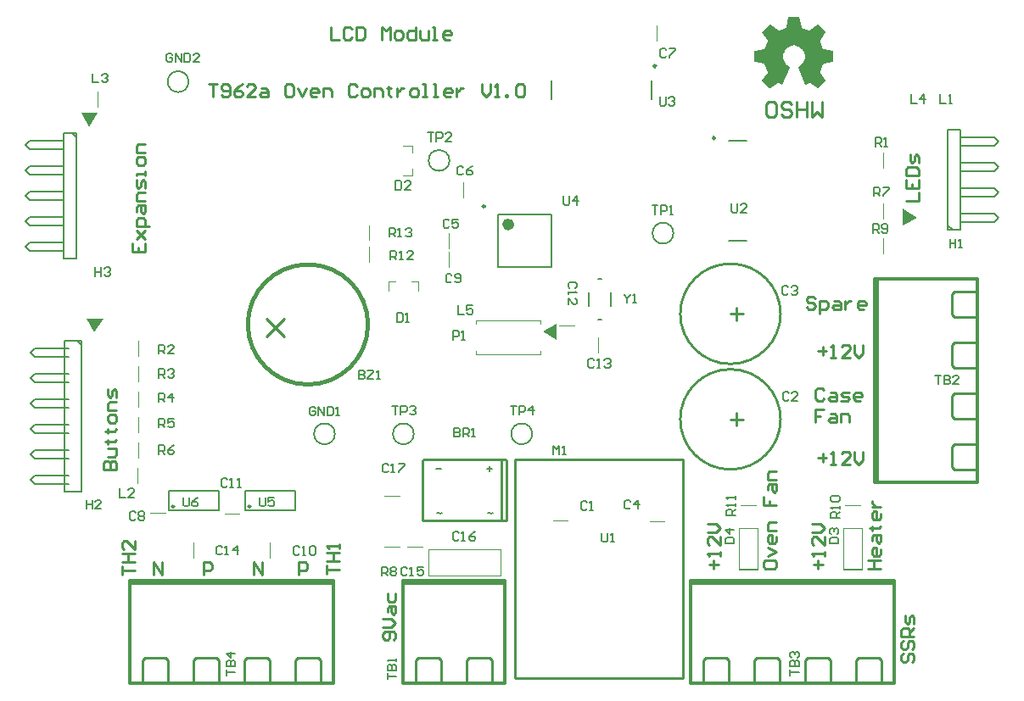
<source format=gto>
G04 Layer_Color=65535*
%FSLAX23Y23*%
%MOIN*%
G70*
G01*
G75*
%ADD26C,0.010*%
%ADD31C,0.024*%
%ADD48C,0.008*%
%ADD49C,0.015*%
%ADD50C,0.010*%
%ADD51C,0.004*%
%ADD52C,0.008*%
%ADD53C,0.005*%
%ADD54C,0.012*%
%ADD55C,0.007*%
G36*
X167Y-22D02*
X112Y13D01*
X167Y43D01*
Y-22D01*
D02*
G37*
G36*
X1121Y1250D02*
X1121Y1249D01*
Y1249D01*
Y1248D01*
X1129Y1209D01*
Y1208D01*
X1129Y1207D01*
X1130Y1207D01*
X1131D01*
X1157Y1196D01*
X1160D01*
X1193Y1219D01*
X1195D01*
X1196Y1218D01*
X1224Y1191D01*
Y1189D01*
Y1189D01*
Y1188D01*
Y1188D01*
X1202Y1155D01*
Y1154D01*
Y1154D01*
Y1153D01*
Y1152D01*
Y1152D01*
X1213Y1124D01*
X1214Y1123D01*
X1215Y1123D01*
X1216D01*
X1253Y1116D01*
X1254D01*
X1255Y1116D01*
Y1115D01*
Y1114D01*
Y1074D01*
X1254Y1073D01*
X1254Y1073D01*
X1253D01*
X1217Y1065D01*
X1216D01*
X1215Y1064D01*
Y1064D01*
Y1063D01*
X1202Y1034D01*
Y1033D01*
Y1032D01*
Y1032D01*
Y1031D01*
X1224Y1000D01*
Y999D01*
Y999D01*
Y998D01*
X1196Y970D01*
X1194Y969D01*
X1194D01*
X1193Y970D01*
X1163Y991D01*
X1160D01*
X1147Y983D01*
X1144Y983D01*
X1144Y984D01*
X1117Y1051D01*
X1117Y1053D01*
X1118Y1054D01*
X1121Y1056D01*
X1122Y1056D01*
X1122D01*
X1123Y1057D01*
X1123Y1058D01*
X1130Y1063D01*
X1134Y1068D01*
X1138Y1074D01*
X1141Y1080D01*
X1142Y1085D01*
X1142Y1089D01*
X1143Y1092D01*
Y1093D01*
X1142Y1100D01*
X1141Y1106D01*
X1139Y1111D01*
X1136Y1116D01*
X1134Y1119D01*
X1132Y1122D01*
X1131Y1124D01*
X1130Y1124D01*
X1125Y1129D01*
X1120Y1132D01*
X1114Y1134D01*
X1110Y1136D01*
X1106Y1137D01*
X1102Y1138D01*
X1099D01*
X1093Y1137D01*
X1087Y1136D01*
X1082Y1133D01*
X1077Y1131D01*
X1074Y1129D01*
X1071Y1127D01*
X1069Y1125D01*
X1069Y1124D01*
X1064Y1119D01*
X1062Y1114D01*
X1059Y1109D01*
X1058Y1104D01*
X1057Y1100D01*
X1056Y1097D01*
Y1094D01*
Y1093D01*
X1057Y1085D01*
X1059Y1078D01*
X1062Y1072D01*
X1066Y1067D01*
X1070Y1063D01*
X1073Y1060D01*
X1075Y1058D01*
X1076Y1058D01*
X1077Y1057D01*
X1077Y1056D01*
X1078Y1056D01*
X1082Y1054D01*
X1082Y1052D01*
Y1052D01*
Y1051D01*
X1054Y984D01*
X1054Y983D01*
X1053Y983D01*
X1052D01*
X1039Y991D01*
X1036D01*
X1006Y970D01*
X1005Y969D01*
X1004D01*
X1003Y970D01*
X975Y998D01*
Y998D01*
Y999D01*
Y1000D01*
X997Y1031D01*
Y1032D01*
Y1032D01*
Y1033D01*
Y1034D01*
X984Y1063D01*
X984Y1064D01*
X983Y1065D01*
X982D01*
X946Y1073D01*
X944Y1073D01*
X944Y1074D01*
Y1074D01*
Y1114D01*
Y1116D01*
X944Y1116D01*
X946D01*
X983Y1123D01*
X984Y1123D01*
X985Y1124D01*
Y1124D01*
X998Y1152D01*
Y1153D01*
Y1153D01*
Y1154D01*
Y1155D01*
X975Y1188D01*
Y1188D01*
Y1189D01*
Y1190D01*
Y1191D01*
X1003Y1218D01*
X1004Y1219D01*
X1006D01*
X1039Y1196D01*
X1042D01*
X1068Y1207D01*
X1069Y1207D01*
X1070Y1208D01*
Y1208D01*
Y1209D01*
X1078Y1248D01*
Y1249D01*
X1078Y1250D01*
X1119D01*
X1121Y1250D01*
D02*
G37*
G36*
X-1649Y8D02*
X-1679Y63D01*
X-1614D01*
X-1649Y8D01*
D02*
G37*
G36*
X-1670Y817D02*
X-1700Y873D01*
X-1635D01*
X-1670Y817D01*
D02*
G37*
G36*
X1582Y460D02*
X1528Y430D01*
Y495D01*
X1582Y460D01*
D02*
G37*
D26*
X1047Y-333D02*
G03*
X1047Y-333I-197J0D01*
G01*
Y82D02*
G03*
X1047Y82I-197J0D01*
G01*
X3Y-1350D02*
X663D01*
Y-490D01*
X3D02*
X663D01*
X3Y-1350D02*
Y-490D01*
X-974Y62D02*
X-903Y-8D01*
X-974D02*
X-903Y62D01*
X875Y-358D02*
Y-308D01*
X850Y-333D02*
X900D01*
X875Y57D02*
Y107D01*
X850Y82D02*
X900D01*
X-50Y-730D02*
Y-494D01*
X-358Y-492D02*
X-32D01*
X-360Y-730D02*
Y-494D01*
Y-730D02*
X-358Y-732D01*
X-32D01*
X-30Y-730D02*
Y-494D01*
X-32Y-732D02*
X-30Y-730D01*
X-760Y-1369D02*
Y-1280D01*
X-770Y-1270D02*
X-760Y-1280D01*
X-850Y-1270D02*
X-770D01*
X-860Y-1280D02*
X-850Y-1270D01*
X-860Y-1370D02*
Y-1280D01*
X-1060Y-1370D02*
Y-1280D01*
X-1050Y-1270D01*
X-970D01*
X-960Y-1280D01*
Y-1369D02*
Y-1280D01*
X-1360Y-1369D02*
Y-1280D01*
X-1370Y-1270D02*
X-1360Y-1280D01*
X-1450Y-1270D02*
X-1370D01*
X-1460Y-1280D02*
X-1450Y-1270D01*
X-1460Y-1370D02*
Y-1280D01*
X-1260Y-1370D02*
Y-1280D01*
X-1250Y-1270D01*
X-1170D01*
X-1160Y-1280D01*
Y-1369D02*
Y-1280D01*
X1730Y170D02*
X1819D01*
X1720Y160D02*
X1730Y170D01*
X1720Y80D02*
Y160D01*
Y80D02*
X1730Y70D01*
X1820D01*
X1730Y-130D02*
X1820D01*
X1720Y-120D02*
X1730Y-130D01*
X1720Y-120D02*
Y-40D01*
X1730Y-30D01*
X1819D01*
X1730Y-430D02*
X1819D01*
X1720Y-440D02*
X1730Y-430D01*
X1720Y-520D02*
Y-440D01*
Y-520D02*
X1730Y-530D01*
X1820D01*
X1730Y-330D02*
X1820D01*
X1720Y-320D02*
X1730Y-330D01*
X1720Y-320D02*
Y-240D01*
X1730Y-230D01*
X1819D01*
X1045Y-1369D02*
Y-1280D01*
X1035Y-1270D02*
X1045Y-1280D01*
X955Y-1270D02*
X1035D01*
X945Y-1280D02*
X955Y-1270D01*
X945Y-1370D02*
Y-1280D01*
X745Y-1370D02*
Y-1280D01*
X755Y-1270D01*
X835D01*
X845Y-1280D01*
Y-1369D02*
Y-1280D01*
X1245Y-1369D02*
Y-1280D01*
X1235Y-1270D02*
X1245Y-1280D01*
X1155Y-1270D02*
X1235D01*
X1145Y-1280D02*
X1155Y-1270D01*
X1145Y-1370D02*
Y-1280D01*
X1345Y-1370D02*
Y-1280D01*
X1355Y-1270D01*
X1435D01*
X1445Y-1280D01*
Y-1369D02*
Y-1280D01*
X-85Y-1369D02*
Y-1280D01*
X-95Y-1270D02*
X-85Y-1280D01*
X-175Y-1270D02*
X-95D01*
X-185Y-1280D02*
X-175Y-1270D01*
X-185Y-1370D02*
Y-1280D01*
X-385Y-1370D02*
Y-1280D01*
X-375Y-1270D01*
X-295D01*
X-285Y-1280D01*
Y-1369D02*
Y-1280D01*
X1020Y915D02*
X1000D01*
X990Y905D01*
Y865D01*
X1000Y855D01*
X1020D01*
X1030Y865D01*
Y905D01*
X1020Y915D01*
X1090Y905D02*
X1080Y915D01*
X1060D01*
X1050Y905D01*
Y895D01*
X1060Y885D01*
X1080D01*
X1090Y875D01*
Y865D01*
X1080Y855D01*
X1060D01*
X1050Y865D01*
X1110Y915D02*
Y855D01*
Y885D01*
X1150D01*
Y915D01*
Y855D01*
X1170Y915D02*
Y855D01*
X1190Y875D01*
X1210Y855D01*
Y915D01*
X1529Y-1254D02*
X1521Y-1262D01*
Y-1279D01*
X1529Y-1287D01*
X1538D01*
X1546Y-1279D01*
Y-1262D01*
X1554Y-1254D01*
X1563D01*
X1571Y-1262D01*
Y-1279D01*
X1563Y-1287D01*
X1529Y-1204D02*
X1521Y-1212D01*
Y-1229D01*
X1529Y-1237D01*
X1538D01*
X1546Y-1229D01*
Y-1212D01*
X1554Y-1204D01*
X1563D01*
X1571Y-1212D01*
Y-1229D01*
X1563Y-1237D01*
X1571Y-1187D02*
X1521D01*
Y-1162D01*
X1529Y-1154D01*
X1546D01*
X1554Y-1162D01*
Y-1187D01*
Y-1171D02*
X1571Y-1154D01*
Y-1137D02*
Y-1112D01*
X1563Y-1104D01*
X1554Y-1112D01*
Y-1129D01*
X1546Y-1137D01*
X1538Y-1129D01*
Y-1104D01*
X-720Y1211D02*
Y1161D01*
X-687D01*
X-637Y1203D02*
X-645Y1211D01*
X-662D01*
X-670Y1203D01*
Y1170D01*
X-662Y1161D01*
X-645D01*
X-637Y1170D01*
X-621Y1211D02*
Y1161D01*
X-596D01*
X-587Y1170D01*
Y1203D01*
X-596Y1211D01*
X-621D01*
X-521Y1161D02*
Y1211D01*
X-504Y1195D01*
X-487Y1211D01*
Y1161D01*
X-462D02*
X-446D01*
X-437Y1170D01*
Y1186D01*
X-446Y1195D01*
X-462D01*
X-471Y1186D01*
Y1170D01*
X-462Y1161D01*
X-387Y1211D02*
Y1161D01*
X-412D01*
X-421Y1170D01*
Y1186D01*
X-412Y1195D01*
X-387D01*
X-371D02*
Y1170D01*
X-362Y1161D01*
X-337D01*
Y1195D01*
X-321Y1161D02*
X-304D01*
X-312D01*
Y1211D01*
X-321D01*
X-254Y1161D02*
X-271D01*
X-279Y1170D01*
Y1186D01*
X-271Y1195D01*
X-254D01*
X-246Y1186D01*
Y1178D01*
X-279D01*
X-1500Y358D02*
Y325D01*
X-1450D01*
Y358D01*
X-1475Y325D02*
Y342D01*
X-1483Y375D02*
X-1450Y408D01*
X-1467Y392D01*
X-1483Y408D01*
X-1450Y375D01*
X-1433Y425D02*
X-1483D01*
Y450D01*
X-1475Y458D01*
X-1458D01*
X-1450Y450D01*
Y425D01*
X-1483Y483D02*
Y500D01*
X-1475Y508D01*
X-1450D01*
Y483D01*
X-1458Y475D01*
X-1467Y483D01*
Y508D01*
X-1450Y525D02*
X-1483D01*
Y550D01*
X-1475Y558D01*
X-1450D01*
Y575D02*
Y600D01*
X-1458Y608D01*
X-1467Y600D01*
Y583D01*
X-1475Y575D01*
X-1483Y583D01*
Y608D01*
X-1450Y625D02*
Y642D01*
Y633D01*
X-1483D01*
Y625D01*
X-1450Y675D02*
Y692D01*
X-1458Y700D01*
X-1475D01*
X-1483Y692D01*
Y675D01*
X-1475Y667D01*
X-1458D01*
X-1450Y675D01*
Y717D02*
X-1483D01*
Y742D01*
X-1475Y750D01*
X-1450D01*
X-1540Y-945D02*
Y-912D01*
Y-928D01*
X-1490D01*
X-1540Y-895D02*
X-1490D01*
X-1515D01*
Y-862D01*
X-1540D01*
X-1490D01*
Y-812D02*
Y-845D01*
X-1523Y-812D01*
X-1532D01*
X-1540Y-820D01*
Y-837D01*
X-1532Y-845D01*
X-1613Y-530D02*
X-1563D01*
Y-505D01*
X-1571Y-497D01*
X-1580D01*
X-1588Y-505D01*
Y-530D01*
Y-505D01*
X-1596Y-497D01*
X-1605D01*
X-1613Y-505D01*
Y-530D01*
X-1596Y-480D02*
X-1571D01*
X-1563Y-472D01*
Y-447D01*
X-1596D01*
X-1605Y-422D02*
X-1596D01*
Y-430D01*
Y-413D01*
Y-422D01*
X-1571D01*
X-1563Y-413D01*
X-1605Y-380D02*
X-1596D01*
Y-388D01*
Y-372D01*
Y-380D01*
X-1571D01*
X-1563Y-372D01*
Y-338D02*
Y-322D01*
X-1571Y-313D01*
X-1588D01*
X-1596Y-322D01*
Y-338D01*
X-1588Y-347D01*
X-1571D01*
X-1563Y-338D01*
Y-297D02*
X-1596D01*
Y-272D01*
X-1588Y-263D01*
X-1563D01*
Y-247D02*
Y-222D01*
X-1571Y-213D01*
X-1580Y-222D01*
Y-238D01*
X-1588Y-247D01*
X-1596Y-238D01*
Y-213D01*
X-473Y-1201D02*
X-465Y-1192D01*
Y-1176D01*
X-473Y-1167D01*
X-507D01*
X-515Y-1176D01*
Y-1192D01*
X-507Y-1201D01*
X-498D01*
X-490Y-1192D01*
Y-1167D01*
X-515Y-1151D02*
X-482D01*
X-465Y-1134D01*
X-482Y-1117D01*
X-515D01*
X-498Y-1092D02*
Y-1076D01*
X-490Y-1067D01*
X-465D01*
Y-1092D01*
X-473Y-1101D01*
X-482Y-1092D01*
Y-1067D01*
X-498Y-1018D02*
Y-1043D01*
X-490Y-1051D01*
X-473D01*
X-465Y-1043D01*
Y-1018D01*
X-1417Y-945D02*
Y-895D01*
X-1384Y-945D01*
Y-895D01*
X-1024Y-945D02*
Y-895D01*
X-990Y-945D01*
Y-895D01*
X-1220Y-945D02*
Y-895D01*
X-1195D01*
X-1187Y-903D01*
Y-920D01*
X-1195Y-928D01*
X-1220D01*
X-846Y-945D02*
Y-895D01*
X-821D01*
X-813Y-903D01*
Y-920D01*
X-821Y-928D01*
X-846D01*
X1539Y525D02*
X1589D01*
Y558D01*
X1539Y608D02*
Y575D01*
X1589D01*
Y608D01*
X1564Y575D02*
Y592D01*
X1539Y625D02*
X1589D01*
Y650D01*
X1581Y658D01*
X1547D01*
X1539Y650D01*
Y625D01*
X1589Y675D02*
Y700D01*
X1581Y708D01*
X1572Y700D01*
Y683D01*
X1564Y675D01*
X1556Y683D01*
Y708D01*
X1218Y-218D02*
X1210Y-210D01*
X1193D01*
X1185Y-218D01*
Y-252D01*
X1193Y-260D01*
X1210D01*
X1218Y-252D01*
X1243Y-227D02*
X1260D01*
X1268Y-235D01*
Y-260D01*
X1243D01*
X1235Y-252D01*
X1243Y-243D01*
X1268D01*
X1285Y-260D02*
X1310D01*
X1318Y-252D01*
X1310Y-243D01*
X1293D01*
X1285Y-235D01*
X1293Y-227D01*
X1318D01*
X1360Y-260D02*
X1343D01*
X1335Y-252D01*
Y-235D01*
X1343Y-227D01*
X1360D01*
X1368Y-235D01*
Y-243D01*
X1335D01*
X1195Y-485D02*
X1228D01*
X1212Y-468D02*
Y-502D01*
X1245Y-510D02*
X1262D01*
X1253D01*
Y-460D01*
X1245Y-468D01*
X1320Y-510D02*
X1287D01*
X1320Y-477D01*
Y-468D01*
X1312Y-460D01*
X1295D01*
X1287Y-468D01*
X1337Y-460D02*
Y-493D01*
X1353Y-510D01*
X1370Y-493D01*
Y-460D01*
X785Y-920D02*
Y-887D01*
X768Y-903D02*
X802D01*
X810Y-870D02*
Y-853D01*
Y-862D01*
X760D01*
X768Y-870D01*
X810Y-795D02*
Y-828D01*
X777Y-795D01*
X768D01*
X760Y-803D01*
Y-820D01*
X768Y-828D01*
X760Y-778D02*
X793D01*
X810Y-762D01*
X793Y-745D01*
X760D01*
X980Y-895D02*
Y-912D01*
X988Y-920D01*
X1022D01*
X1030Y-912D01*
Y-895D01*
X1022Y-887D01*
X988D01*
X980Y-895D01*
X997Y-870D02*
X1030Y-853D01*
X997Y-837D01*
X1030Y-795D02*
Y-812D01*
X1022Y-820D01*
X1005D01*
X997Y-812D01*
Y-795D01*
X1005Y-787D01*
X1013D01*
Y-820D01*
X1030Y-770D02*
X997D01*
Y-745D01*
X1005Y-737D01*
X1030D01*
X980Y-637D02*
Y-670D01*
X1005D01*
Y-653D01*
Y-670D01*
X1030D01*
X997Y-612D02*
Y-595D01*
X1005Y-587D01*
X1030D01*
Y-612D01*
X1022Y-620D01*
X1013Y-612D01*
Y-587D01*
X1030Y-570D02*
X997D01*
Y-545D01*
X1005Y-537D01*
X1030D01*
X1195Y-920D02*
Y-887D01*
X1178Y-903D02*
X1212D01*
X1220Y-870D02*
Y-853D01*
Y-862D01*
X1170D01*
X1178Y-870D01*
X1220Y-795D02*
Y-828D01*
X1187Y-795D01*
X1178D01*
X1170Y-803D01*
Y-820D01*
X1178Y-828D01*
X1170Y-778D02*
X1203D01*
X1220Y-762D01*
X1203Y-745D01*
X1170D01*
X1183Y142D02*
X1175Y150D01*
X1158D01*
X1150Y142D01*
Y133D01*
X1158Y125D01*
X1175D01*
X1183Y117D01*
Y108D01*
X1175Y100D01*
X1158D01*
X1150Y108D01*
X1200Y83D02*
Y133D01*
X1225D01*
X1233Y125D01*
Y108D01*
X1225Y100D01*
X1200D01*
X1258Y133D02*
X1275D01*
X1283Y125D01*
Y100D01*
X1258D01*
X1250Y108D01*
X1258Y117D01*
X1283D01*
X1300Y133D02*
Y100D01*
Y117D01*
X1308Y125D01*
X1317Y133D01*
X1325D01*
X1375Y100D02*
X1358D01*
X1350Y108D01*
Y125D01*
X1358Y133D01*
X1375D01*
X1383Y125D01*
Y117D01*
X1350D01*
X1195Y-65D02*
X1228D01*
X1212Y-48D02*
Y-82D01*
X1245Y-90D02*
X1262D01*
X1253D01*
Y-40D01*
X1245Y-48D01*
X1320Y-90D02*
X1287D01*
X1320Y-57D01*
Y-48D01*
X1312Y-40D01*
X1295D01*
X1287Y-48D01*
X1337Y-40D02*
Y-73D01*
X1353Y-90D01*
X1370Y-73D01*
Y-40D01*
X-735Y-940D02*
Y-907D01*
Y-923D01*
X-685D01*
X-735Y-890D02*
X-685D01*
X-710D01*
Y-857D01*
X-735D01*
X-685D01*
Y-840D02*
Y-823D01*
Y-832D01*
X-735D01*
X-727Y-840D01*
X1390Y-920D02*
X1440D01*
X1415D01*
Y-887D01*
X1390D01*
X1440D01*
Y-845D02*
Y-862D01*
X1432Y-870D01*
X1415D01*
X1407Y-862D01*
Y-845D01*
X1415Y-837D01*
X1423D01*
Y-870D01*
X1407Y-812D02*
Y-795D01*
X1415Y-787D01*
X1440D01*
Y-812D01*
X1432Y-820D01*
X1423Y-812D01*
Y-787D01*
X1398Y-762D02*
X1407D01*
Y-770D01*
Y-753D01*
Y-762D01*
X1432D01*
X1440Y-753D01*
Y-703D02*
Y-720D01*
X1432Y-728D01*
X1415D01*
X1407Y-720D01*
Y-703D01*
X1415Y-695D01*
X1423D01*
Y-728D01*
X1407Y-678D02*
X1440D01*
X1423D01*
X1415Y-670D01*
X1407Y-662D01*
Y-653D01*
X1218Y-295D02*
X1185D01*
Y-320D01*
X1202D01*
X1185D01*
Y-345D01*
X1243Y-312D02*
X1260D01*
X1268Y-320D01*
Y-345D01*
X1243D01*
X1235Y-337D01*
X1243Y-328D01*
X1268D01*
X1285Y-345D02*
Y-312D01*
X1310D01*
X1318Y-320D01*
Y-345D01*
X-1200Y985D02*
X-1167D01*
X-1183D01*
Y935D01*
X-1150Y943D02*
X-1142Y935D01*
X-1125D01*
X-1117Y943D01*
Y977D01*
X-1125Y985D01*
X-1142D01*
X-1150Y977D01*
Y968D01*
X-1142Y960D01*
X-1117D01*
X-1067Y985D02*
X-1083Y977D01*
X-1100Y960D01*
Y943D01*
X-1092Y935D01*
X-1075D01*
X-1067Y943D01*
Y952D01*
X-1075Y960D01*
X-1100D01*
X-1017Y935D02*
X-1050D01*
X-1017Y968D01*
Y977D01*
X-1025Y985D01*
X-1042D01*
X-1050Y977D01*
X-992Y968D02*
X-975D01*
X-967Y960D01*
Y935D01*
X-992D01*
X-1000Y943D01*
X-992Y952D01*
X-967D01*
X-875Y985D02*
X-892D01*
X-900Y977D01*
Y943D01*
X-892Y935D01*
X-875D01*
X-867Y943D01*
Y977D01*
X-875Y985D01*
X-850Y968D02*
X-833Y935D01*
X-817Y968D01*
X-775Y935D02*
X-792D01*
X-800Y943D01*
Y960D01*
X-792Y968D01*
X-775D01*
X-767Y960D01*
Y952D01*
X-800D01*
X-750Y935D02*
Y968D01*
X-725D01*
X-717Y960D01*
Y935D01*
X-617Y977D02*
X-625Y985D01*
X-642D01*
X-650Y977D01*
Y943D01*
X-642Y935D01*
X-625D01*
X-617Y943D01*
X-592Y935D02*
X-575D01*
X-567Y943D01*
Y960D01*
X-575Y968D01*
X-592D01*
X-600Y960D01*
Y943D01*
X-592Y935D01*
X-550D02*
Y968D01*
X-525D01*
X-517Y960D01*
Y935D01*
X-492Y977D02*
Y968D01*
X-500D01*
X-484D01*
X-492D01*
Y943D01*
X-484Y935D01*
X-459Y968D02*
Y935D01*
Y952D01*
X-450Y960D01*
X-442Y968D01*
X-434D01*
X-400Y935D02*
X-384D01*
X-375Y943D01*
Y960D01*
X-384Y968D01*
X-400D01*
X-409Y960D01*
Y943D01*
X-400Y935D01*
X-359D02*
X-342D01*
X-350D01*
Y985D01*
X-359D01*
X-317Y935D02*
X-300D01*
X-309D01*
Y985D01*
X-317D01*
X-250Y935D02*
X-267D01*
X-275Y943D01*
Y960D01*
X-267Y968D01*
X-250D01*
X-242Y960D01*
Y952D01*
X-275D01*
X-225Y968D02*
Y935D01*
Y952D01*
X-217Y960D01*
X-209Y968D01*
X-200D01*
X-125Y985D02*
Y952D01*
X-109Y935D01*
X-92Y952D01*
Y985D01*
X-75Y935D02*
X-59D01*
X-67D01*
Y985D01*
X-75Y977D01*
X-34Y935D02*
Y943D01*
X-25D01*
Y935D01*
X-34D01*
X8Y977D02*
X16Y985D01*
X33D01*
X41Y977D01*
Y943D01*
X33Y935D01*
X16D01*
X8Y943D01*
Y977D01*
D31*
X-11Y434D02*
G03*
X-11Y434I-12J0D01*
G01*
D48*
X-254Y685D02*
G03*
X-254Y685I-41J0D01*
G01*
X626Y399D02*
G03*
X626Y399I-41J0D01*
G01*
X-704Y-390D02*
G03*
X-704Y-390I-41J0D01*
G01*
X-1279Y995D02*
G03*
X-1279Y995I-41J0D01*
G01*
X-394Y-390D02*
G03*
X-394Y-390I-41J0D01*
G01*
X71D02*
G03*
X71Y-390I-41J0D01*
G01*
D49*
X-574Y40D02*
G03*
X-574Y40I-236J0D01*
G01*
D50*
X-1335Y-675D02*
G03*
X-1335Y-675I-5J0D01*
G01*
X-1035D02*
G03*
X-1035Y-675I-5J0D01*
G01*
X-114Y505D02*
G03*
X-114Y505I-5J0D01*
G01*
X790Y773D02*
G03*
X790Y773I-5J0D01*
G01*
X558Y1057D02*
G03*
X558Y1057I-5J0D01*
G01*
D51*
X-338Y-946D02*
Y-844D01*
Y-946D02*
X-52D01*
Y-844D01*
X-338D02*
X-52D01*
X-509Y-634D02*
X-449D01*
X-419Y-834D02*
X-359D01*
X-438Y626D02*
X-400D01*
Y653D01*
Y717D02*
Y744D01*
X-438D02*
X-400D01*
X560Y1155D02*
Y1215D01*
X-150Y-77D02*
Y-64D01*
Y43D02*
Y56D01*
X104Y43D02*
Y56D01*
X-150D02*
X104D01*
X-150Y-77D02*
X104D01*
Y-64D01*
X882Y-920D02*
X958D01*
Y-924D02*
Y-760D01*
X882Y-924D02*
X958D01*
X882D02*
Y-760D01*
X958D01*
X1292D02*
X1368D01*
X1292Y-924D02*
Y-760D01*
Y-924D02*
X1368D01*
Y-760D01*
X1292Y-920D02*
X1368D01*
X330Y-70D02*
Y-10D01*
X1450Y320D02*
Y380D01*
X1300Y-670D02*
X1360D01*
X890D02*
X950D01*
X-256Y340D02*
Y400D01*
X-1635Y895D02*
Y955D01*
X-376Y172D02*
Y210D01*
X-403D02*
X-376D01*
X-494D02*
X-467D01*
X-494Y172D02*
Y210D01*
X-256Y265D02*
Y325D01*
X177Y35D02*
X237D01*
X-201Y541D02*
Y600D01*
X-1138Y-703D02*
X-1079D01*
X1450Y456D02*
Y515D01*
X-1480Y-585D02*
Y-525D01*
X-1478Y-85D02*
Y-25D01*
Y-185D02*
Y-125D01*
Y-285D02*
Y-225D01*
Y-385D02*
Y-325D01*
Y-485D02*
Y-425D01*
X-1430Y-700D02*
X-1370D01*
X-959Y-877D02*
Y-818D01*
X-1259Y-877D02*
Y-818D01*
X1450Y656D02*
Y715D01*
X-570Y287D02*
Y346D01*
Y372D02*
Y431D01*
X152Y-730D02*
X211D01*
X532Y-733D02*
X591D01*
X-509Y-834D02*
X-449D01*
D52*
X-1770Y792D02*
X-1720D01*
X-1770Y299D02*
Y792D01*
Y299D02*
X-1720D01*
X-1903Y762D02*
X-1770D01*
X-1920Y745D02*
X-1903Y762D01*
X-1920Y745D02*
X-1903Y728D01*
X-1770D01*
X-1903Y662D02*
X-1770D01*
X-1920Y645D02*
X-1903Y662D01*
X-1920Y645D02*
X-1903Y628D01*
X-1770D01*
X-1903Y562D02*
X-1770D01*
X-1920Y545D02*
X-1903Y562D01*
X-1920Y545D02*
X-1903Y528D01*
X-1770D01*
X-1903Y462D02*
X-1770D01*
X-1920Y445D02*
X-1903Y462D01*
X-1920Y445D02*
X-1903Y428D01*
X-1770D01*
X-1903Y362D02*
X-1770D01*
X-1920Y345D02*
X-1903Y362D01*
X-1920Y345D02*
X-1903Y328D01*
X-1770D01*
X-1720Y299D02*
Y792D01*
X-1737D02*
X-1720Y775D01*
X-1767Y-23D02*
X-1700D01*
X-1767Y-617D02*
Y-23D01*
X-1883Y-53D02*
X-1750D01*
X-1900Y-70D02*
X-1883Y-53D01*
X-1900Y-70D02*
X-1883Y-87D01*
X-1750D01*
X-1883Y-153D02*
X-1750D01*
X-1900Y-170D02*
X-1883Y-153D01*
X-1900Y-170D02*
X-1883Y-187D01*
X-1750D01*
X-1883Y-253D02*
X-1750D01*
X-1900Y-270D02*
X-1883Y-253D01*
X-1900Y-270D02*
X-1883Y-287D01*
X-1750D01*
X-1883Y-353D02*
X-1750D01*
X-1900Y-370D02*
X-1883Y-353D01*
X-1900Y-370D02*
X-1883Y-387D01*
X-1750D01*
X-1883Y-453D02*
X-1750D01*
X-1900Y-470D02*
X-1883Y-453D01*
X-1900Y-470D02*
X-1883Y-487D01*
X-1750D01*
X-1883Y-553D02*
X-1750D01*
X-1900Y-570D02*
X-1883Y-553D01*
X-1900Y-570D02*
X-1883Y-587D01*
X-1750D01*
X-1700Y-95D02*
Y-23D01*
X-1717Y-24D02*
X-1700Y-41D01*
Y-617D02*
Y-95D01*
X-1767Y-617D02*
X-1700D01*
X1705Y807D02*
X1755D01*
Y413D02*
Y807D01*
X1705Y413D02*
X1755D01*
Y443D02*
X1888D01*
X1905Y460D01*
X1888Y477D02*
X1905Y460D01*
X1755Y477D02*
X1888D01*
X1755Y543D02*
X1888D01*
X1905Y560D01*
X1888Y577D02*
X1905Y560D01*
X1755Y577D02*
X1888D01*
X1755Y643D02*
X1888D01*
X1905Y660D01*
X1888Y677D02*
X1905Y660D01*
X1755Y677D02*
X1888D01*
X1755Y743D02*
X1888D01*
X1905Y760D01*
X1888Y777D02*
X1905Y760D01*
X1755Y777D02*
X1888D01*
X1705Y413D02*
Y807D01*
Y431D02*
X1722Y414D01*
X-1160Y-692D02*
Y-613D01*
X-1357Y-692D02*
Y-613D01*
X-1160D01*
X-1357Y-692D02*
X-1160D01*
X-1057D02*
X-860D01*
X-1057Y-613D02*
X-860D01*
X-1057Y-692D02*
Y-613D01*
X-860Y-692D02*
Y-613D01*
X-62Y265D02*
Y474D01*
X147Y265D02*
Y474D01*
X-62D02*
X147D01*
X-62Y265D02*
X147D01*
X845Y762D02*
X915D01*
X845Y368D02*
X915D01*
X147Y927D02*
Y998D01*
X541Y927D02*
Y998D01*
D53*
X381Y112D02*
Y167D01*
X329Y218D02*
X345D01*
X329Y61D02*
X345D01*
X294Y112D02*
Y167D01*
X-220Y115D02*
Y80D01*
X-197D01*
X-162Y115D02*
X-185D01*
Y97D01*
X-173Y103D01*
X-168D01*
X-162Y97D01*
Y86D01*
X-168Y80D01*
X-179D01*
X-185Y86D01*
X-217Y-781D02*
X-223Y-775D01*
X-234D01*
X-240Y-781D01*
Y-804D01*
X-234Y-810D01*
X-223D01*
X-217Y-804D01*
X-205Y-810D02*
X-193D01*
X-199D01*
Y-775D01*
X-205Y-781D01*
X-153Y-775D02*
X-164Y-781D01*
X-176Y-793D01*
Y-804D01*
X-170Y-810D01*
X-158D01*
X-153Y-804D01*
Y-798D01*
X-158Y-793D01*
X-176D01*
X1559Y945D02*
Y910D01*
X1582D01*
X1611D02*
Y945D01*
X1594Y927D01*
X1617D01*
X1674Y945D02*
Y910D01*
X1697D01*
X1709D02*
X1721D01*
X1715D01*
Y945D01*
X1709Y939D01*
X-494Y-513D02*
X-500Y-507D01*
X-511D01*
X-517Y-513D01*
Y-536D01*
X-511Y-542D01*
X-500D01*
X-494Y-536D01*
X-482Y-542D02*
X-470D01*
X-476D01*
Y-507D01*
X-482Y-513D01*
X-453Y-507D02*
X-430D01*
Y-513D01*
X-453Y-536D01*
Y-542D01*
X-340Y795D02*
X-316D01*
X-328D01*
Y761D01*
X-305D02*
Y795D01*
X-287D01*
X-281Y790D01*
Y778D01*
X-287Y772D01*
X-305D01*
X-246Y761D02*
X-270D01*
X-246Y784D01*
Y790D01*
X-252Y795D01*
X-264D01*
X-270Y790D01*
X155Y-472D02*
Y-437D01*
X167Y-449D01*
X178Y-437D01*
Y-472D01*
X190D02*
X202D01*
X196D01*
Y-437D01*
X190Y-443D01*
X-421Y-919D02*
X-427Y-913D01*
X-438D01*
X-444Y-919D01*
Y-942D01*
X-438Y-948D01*
X-427D01*
X-421Y-942D01*
X-409Y-948D02*
X-397D01*
X-403D01*
Y-913D01*
X-409Y-919D01*
X-357Y-913D02*
X-380D01*
Y-931D01*
X-368Y-925D01*
X-362D01*
X-357Y-931D01*
Y-942D01*
X-362Y-948D01*
X-374D01*
X-380Y-942D01*
X-465Y605D02*
Y570D01*
X-448D01*
X-442Y576D01*
Y599D01*
X-448Y605D01*
X-465D01*
X-407Y570D02*
X-430D01*
X-407Y593D01*
Y599D01*
X-413Y605D01*
X-424D01*
X-430Y599D01*
X-1342Y1101D02*
X-1348Y1107D01*
X-1359D01*
X-1365Y1101D01*
Y1078D01*
X-1359Y1072D01*
X-1348D01*
X-1342Y1078D01*
Y1089D01*
X-1353D01*
X-1330Y1072D02*
Y1107D01*
X-1307Y1072D01*
Y1107D01*
X-1295D02*
Y1072D01*
X-1278D01*
X-1272Y1078D01*
Y1101D01*
X-1278Y1107D01*
X-1295D01*
X-1237Y1072D02*
X-1260D01*
X-1237Y1095D01*
Y1101D01*
X-1243Y1107D01*
X-1254D01*
X-1260Y1101D01*
X-781Y-289D02*
X-787Y-283D01*
X-798D01*
X-804Y-289D01*
Y-312D01*
X-798Y-318D01*
X-787D01*
X-781Y-312D01*
Y-301D01*
X-792D01*
X-769Y-318D02*
Y-283D01*
X-746Y-318D01*
Y-283D01*
X-734D02*
Y-318D01*
X-717D01*
X-711Y-312D01*
Y-289D01*
X-717Y-283D01*
X-734D01*
X-699Y-318D02*
X-687D01*
X-693D01*
Y-283D01*
X-699Y-289D01*
X598Y1119D02*
X592Y1125D01*
X581D01*
X575Y1119D01*
Y1096D01*
X581Y1090D01*
X592D01*
X598Y1096D01*
X610Y1125D02*
X633D01*
Y1119D01*
X610Y1096D01*
Y1090D01*
X1079Y-231D02*
X1073Y-225D01*
X1062D01*
X1056Y-231D01*
Y-254D01*
X1062Y-260D01*
X1073D01*
X1079Y-254D01*
X1114Y-260D02*
X1091D01*
X1114Y-237D01*
Y-231D01*
X1108Y-225D01*
X1097D01*
X1091Y-231D01*
X572Y936D02*
Y907D01*
X578Y901D01*
X590D01*
X596Y907D01*
Y936D01*
X607Y930D02*
X613Y936D01*
X625D01*
X631Y930D01*
Y924D01*
X625Y918D01*
X619D01*
X625D01*
X631Y912D01*
Y907D01*
X625Y901D01*
X613D01*
X607Y907D01*
X315Y-101D02*
X309Y-95D01*
X297D01*
X291Y-101D01*
Y-124D01*
X297Y-130D01*
X309D01*
X315Y-124D01*
X326Y-130D02*
X338D01*
X332D01*
Y-95D01*
X326Y-101D01*
X355D02*
X361Y-95D01*
X373D01*
X379Y-101D01*
Y-107D01*
X373Y-113D01*
X367D01*
X373D01*
X379Y-118D01*
Y-124D01*
X373Y-130D01*
X361D01*
X355Y-124D01*
X1410Y400D02*
Y435D01*
X1427D01*
X1433Y429D01*
Y417D01*
X1427Y412D01*
X1410D01*
X1422D02*
X1433Y400D01*
X1445Y406D02*
X1451Y400D01*
X1462D01*
X1468Y406D01*
Y429D01*
X1462Y435D01*
X1451D01*
X1445Y429D01*
Y423D01*
X1451Y417D01*
X1468D01*
X870Y-710D02*
X835D01*
Y-693D01*
X841Y-687D01*
X853D01*
X858Y-693D01*
Y-710D01*
Y-698D02*
X870Y-687D01*
Y-675D02*
Y-663D01*
Y-669D01*
X835D01*
X841Y-675D01*
X870Y-646D02*
Y-634D01*
Y-640D01*
X835D01*
X841Y-646D01*
X1280Y-720D02*
X1245D01*
Y-703D01*
X1251Y-697D01*
X1263D01*
X1268Y-703D01*
Y-720D01*
Y-708D02*
X1280Y-697D01*
Y-685D02*
Y-673D01*
Y-679D01*
X1245D01*
X1251Y-685D01*
Y-656D02*
X1245Y-650D01*
Y-638D01*
X1251Y-633D01*
X1274D01*
X1280Y-638D01*
Y-650D01*
X1274Y-656D01*
X1251D01*
X855Y515D02*
Y486D01*
X861Y480D01*
X872D01*
X878Y486D01*
Y515D01*
X913Y480D02*
X890D01*
X913Y503D01*
Y509D01*
X907Y515D01*
X896D01*
X890Y509D01*
X-498Y-1355D02*
Y-1332D01*
Y-1343D01*
X-463D01*
X-498Y-1320D02*
X-463D01*
Y-1303D01*
X-469Y-1297D01*
X-475D01*
X-480Y-1303D01*
Y-1320D01*
Y-1303D01*
X-486Y-1297D01*
X-492D01*
X-498Y-1303D01*
Y-1320D01*
X-463Y-1285D02*
Y-1273D01*
Y-1279D01*
X-498D01*
X-492Y-1285D01*
X-240Y-20D02*
Y15D01*
X-223D01*
X-217Y9D01*
Y-3D01*
X-223Y-8D01*
X-240D01*
X-205Y-20D02*
X-193D01*
X-199D01*
Y15D01*
X-205Y9D01*
X1077Y186D02*
X1071Y192D01*
X1060D01*
X1054Y186D01*
Y163D01*
X1060Y157D01*
X1071D01*
X1077Y163D01*
X1089Y186D02*
X1095Y192D01*
X1106D01*
X1112Y186D01*
Y180D01*
X1106Y174D01*
X1101D01*
X1106D01*
X1112Y169D01*
Y163D01*
X1106Y157D01*
X1095D01*
X1089Y163D01*
X-255Y448D02*
X-260Y454D01*
X-272D01*
X-278Y448D01*
Y425D01*
X-272Y419D01*
X-260D01*
X-255Y425D01*
X-220Y454D02*
X-243D01*
Y437D01*
X-231Y443D01*
X-225D01*
X-220Y437D01*
Y425D01*
X-225Y419D01*
X-237D01*
X-243Y425D01*
X1085Y-1340D02*
Y-1317D01*
Y-1328D01*
X1120D01*
X1085Y-1305D02*
X1120D01*
Y-1288D01*
X1114Y-1282D01*
X1108D01*
X1103Y-1288D01*
Y-1305D01*
Y-1288D01*
X1097Y-1282D01*
X1091D01*
X1085Y-1288D01*
Y-1305D01*
X1091Y-1270D02*
X1085Y-1264D01*
Y-1253D01*
X1091Y-1247D01*
X1097D01*
X1103Y-1253D01*
Y-1258D01*
Y-1253D01*
X1108Y-1247D01*
X1114D01*
X1120Y-1253D01*
Y-1264D01*
X1114Y-1270D01*
X-235Y-367D02*
Y-402D01*
X-218D01*
X-212Y-396D01*
Y-390D01*
X-218Y-385D01*
X-235D01*
X-218D01*
X-212Y-379D01*
Y-373D01*
X-218Y-367D01*
X-235D01*
X-200Y-402D02*
Y-367D01*
X-183D01*
X-177Y-373D01*
Y-385D01*
X-183Y-390D01*
X-200D01*
X-188D02*
X-177Y-402D01*
X-165D02*
X-153D01*
X-159D01*
Y-367D01*
X-165Y-373D01*
X-1655Y1027D02*
Y992D01*
X-1632D01*
X-1620Y1021D02*
X-1614Y1027D01*
X-1603D01*
X-1597Y1021D01*
Y1015D01*
X-1603Y1009D01*
X-1608D01*
X-1603D01*
X-1597Y1004D01*
Y998D01*
X-1603Y992D01*
X-1614D01*
X-1620Y998D01*
X-460Y85D02*
Y50D01*
X-443D01*
X-437Y56D01*
Y79D01*
X-443Y85D01*
X-460D01*
X-425Y50D02*
X-413D01*
X-419D01*
Y85D01*
X-425Y79D01*
X-245Y234D02*
X-251Y240D01*
X-262D01*
X-268Y234D01*
Y211D01*
X-262Y205D01*
X-251D01*
X-245Y211D01*
X-233D02*
X-227Y205D01*
X-216D01*
X-210Y211D01*
Y234D01*
X-216Y240D01*
X-227D01*
X-233Y234D01*
Y228D01*
X-227Y222D01*
X-210D01*
X241Y183D02*
X247Y189D01*
Y200D01*
X241Y206D01*
X218D01*
X212Y200D01*
Y189D01*
X218Y183D01*
X212Y171D02*
Y159D01*
Y165D01*
X247D01*
X241Y171D01*
X212Y119D02*
Y142D01*
X235Y119D01*
X241D01*
X247Y124D01*
Y136D01*
X241Y142D01*
X-199Y657D02*
X-205Y663D01*
X-217D01*
X-223Y657D01*
Y634D01*
X-217Y628D01*
X-205D01*
X-199Y634D01*
X-164Y663D02*
X-176Y657D01*
X-188Y645D01*
Y634D01*
X-182Y628D01*
X-170D01*
X-164Y634D01*
Y640D01*
X-170Y645D01*
X-188D01*
X1655Y-160D02*
X1678D01*
X1667D01*
Y-195D01*
X1690Y-160D02*
Y-195D01*
X1707D01*
X1713Y-189D01*
Y-183D01*
X1707Y-178D01*
X1690D01*
X1707D01*
X1713Y-172D01*
Y-166D01*
X1707Y-160D01*
X1690D01*
X1748Y-195D02*
X1725D01*
X1748Y-172D01*
Y-166D01*
X1742Y-160D01*
X1731D01*
X1725Y-166D01*
X-1127Y-571D02*
X-1133Y-565D01*
X-1144D01*
X-1150Y-571D01*
Y-594D01*
X-1144Y-600D01*
X-1133D01*
X-1127Y-594D01*
X-1115Y-600D02*
X-1103D01*
X-1109D01*
Y-565D01*
X-1115Y-571D01*
X-1086Y-600D02*
X-1074D01*
X-1080D01*
Y-565D01*
X-1086Y-571D01*
X-1300Y-640D02*
Y-669D01*
X-1294Y-675D01*
X-1283D01*
X-1277Y-669D01*
Y-640D01*
X-1242D02*
X-1253Y-646D01*
X-1265Y-658D01*
Y-669D01*
X-1259Y-675D01*
X-1248D01*
X-1242Y-669D01*
Y-663D01*
X-1248Y-658D01*
X-1265D01*
X-1000Y-640D02*
Y-669D01*
X-994Y-675D01*
X-983D01*
X-977Y-669D01*
Y-640D01*
X-942D02*
X-965D01*
Y-658D01*
X-953Y-652D01*
X-948D01*
X-942Y-658D01*
Y-669D01*
X-948Y-675D01*
X-959D01*
X-965Y-669D01*
X195Y545D02*
Y516D01*
X201Y510D01*
X212D01*
X218Y516D01*
Y545D01*
X247Y510D02*
Y545D01*
X230Y527D01*
X253D01*
X1415Y545D02*
Y580D01*
X1432D01*
X1438Y574D01*
Y562D01*
X1432Y557D01*
X1415D01*
X1427D02*
X1438Y545D01*
X1450Y580D02*
X1473D01*
Y574D01*
X1450Y551D01*
Y545D01*
X-1130Y-1340D02*
Y-1317D01*
Y-1328D01*
X-1095D01*
X-1130Y-1305D02*
X-1095D01*
Y-1288D01*
X-1101Y-1282D01*
X-1107D01*
X-1112Y-1288D01*
Y-1305D01*
Y-1288D01*
X-1118Y-1282D01*
X-1124D01*
X-1130Y-1288D01*
Y-1305D01*
X-1095Y-1253D02*
X-1130D01*
X-1112Y-1270D01*
Y-1247D01*
X1712Y377D02*
Y342D01*
Y359D01*
X1735D01*
Y377D01*
Y342D01*
X1747D02*
X1759D01*
X1753D01*
Y377D01*
X1747Y371D01*
X-1680Y-650D02*
Y-685D01*
Y-668D01*
X-1657D01*
Y-650D01*
Y-685D01*
X-1622D02*
X-1645D01*
X-1622Y-662D01*
Y-656D01*
X-1628Y-650D01*
X-1639D01*
X-1645Y-656D01*
X433Y161D02*
Y155D01*
X445Y144D01*
X457Y155D01*
Y161D01*
X445Y144D02*
Y126D01*
X468D02*
X480D01*
X474D01*
Y161D01*
X468Y155D01*
X-1645Y265D02*
Y230D01*
Y247D01*
X-1622D01*
Y265D01*
Y230D01*
X-1610Y259D02*
X-1604Y265D01*
X-1593D01*
X-1587Y259D01*
Y253D01*
X-1593Y247D01*
X-1598D01*
X-1593D01*
X-1587Y242D01*
Y236D01*
X-1593Y230D01*
X-1604D01*
X-1610Y236D01*
X-1550Y-605D02*
Y-640D01*
X-1527D01*
X-1492D02*
X-1515D01*
X-1492Y-617D01*
Y-611D01*
X-1498Y-605D01*
X-1509D01*
X-1515Y-611D01*
X-1395Y-75D02*
Y-40D01*
X-1378D01*
X-1372Y-46D01*
Y-58D01*
X-1378Y-63D01*
X-1395D01*
X-1383D02*
X-1372Y-75D01*
X-1337D02*
X-1360D01*
X-1337Y-52D01*
Y-46D01*
X-1343Y-40D01*
X-1354D01*
X-1360Y-46D01*
X-1395Y-170D02*
Y-135D01*
X-1378D01*
X-1372Y-141D01*
Y-153D01*
X-1378Y-158D01*
X-1395D01*
X-1383D02*
X-1372Y-170D01*
X-1360Y-141D02*
X-1354Y-135D01*
X-1343D01*
X-1337Y-141D01*
Y-147D01*
X-1343Y-153D01*
X-1348D01*
X-1343D01*
X-1337Y-158D01*
Y-164D01*
X-1343Y-170D01*
X-1354D01*
X-1360Y-164D01*
X-1395Y-265D02*
Y-230D01*
X-1378D01*
X-1372Y-236D01*
Y-248D01*
X-1378Y-253D01*
X-1395D01*
X-1383D02*
X-1372Y-265D01*
X-1343D02*
Y-230D01*
X-1360Y-248D01*
X-1337D01*
X-1395Y-365D02*
Y-330D01*
X-1378D01*
X-1372Y-336D01*
Y-348D01*
X-1378Y-353D01*
X-1395D01*
X-1383D02*
X-1372Y-365D01*
X-1337Y-330D02*
X-1360D01*
Y-348D01*
X-1348Y-342D01*
X-1343D01*
X-1337Y-348D01*
Y-359D01*
X-1343Y-365D01*
X-1354D01*
X-1360Y-359D01*
X-1395Y-470D02*
Y-435D01*
X-1378D01*
X-1372Y-441D01*
Y-453D01*
X-1378Y-458D01*
X-1395D01*
X-1383D02*
X-1372Y-470D01*
X-1337Y-435D02*
X-1348Y-441D01*
X-1360Y-453D01*
Y-464D01*
X-1354Y-470D01*
X-1343D01*
X-1337Y-464D01*
Y-458D01*
X-1343Y-453D01*
X-1360D01*
X-1487Y-701D02*
X-1493Y-695D01*
X-1504D01*
X-1510Y-701D01*
Y-724D01*
X-1504Y-730D01*
X-1493D01*
X-1487Y-724D01*
X-1475Y-701D02*
X-1469Y-695D01*
X-1458D01*
X-1452Y-701D01*
Y-707D01*
X-1458Y-713D01*
X-1452Y-718D01*
Y-724D01*
X-1458Y-730D01*
X-1469D01*
X-1475Y-724D01*
Y-718D01*
X-1469Y-713D01*
X-1475Y-707D01*
Y-701D01*
X-1469Y-713D02*
X-1458D01*
X-843Y-837D02*
X-849Y-831D01*
X-860D01*
X-866Y-837D01*
Y-860D01*
X-860Y-866D01*
X-849D01*
X-843Y-860D01*
X-831Y-866D02*
X-819D01*
X-825D01*
Y-831D01*
X-831Y-837D01*
X-802D02*
X-796Y-831D01*
X-785D01*
X-779Y-837D01*
Y-860D01*
X-785Y-866D01*
X-796D01*
X-802Y-860D01*
Y-837D01*
X-1147Y-836D02*
X-1153Y-830D01*
X-1164D01*
X-1170Y-836D01*
Y-859D01*
X-1164Y-865D01*
X-1153D01*
X-1147Y-859D01*
X-1135Y-865D02*
X-1123D01*
X-1129D01*
Y-830D01*
X-1135Y-836D01*
X-1088Y-865D02*
Y-830D01*
X-1106Y-848D01*
X-1083D01*
X1420Y741D02*
Y776D01*
X1437D01*
X1443Y770D01*
Y758D01*
X1437Y752D01*
X1420D01*
X1432D02*
X1443Y741D01*
X1455D02*
X1467D01*
X1461D01*
Y776D01*
X1455Y770D01*
X-485Y295D02*
Y330D01*
X-468D01*
X-462Y324D01*
Y312D01*
X-468Y307D01*
X-485D01*
X-473D02*
X-462Y295D01*
X-450D02*
X-438D01*
X-444D01*
Y330D01*
X-450Y324D01*
X-398Y295D02*
X-421D01*
X-398Y318D01*
Y324D01*
X-403Y330D01*
X-415D01*
X-421Y324D01*
X-490Y385D02*
Y420D01*
X-473D01*
X-467Y414D01*
Y402D01*
X-473Y397D01*
X-490D01*
X-478D02*
X-467Y385D01*
X-455D02*
X-443D01*
X-449D01*
Y420D01*
X-455Y414D01*
X-426D02*
X-420Y420D01*
X-408D01*
X-403Y414D01*
Y408D01*
X-408Y402D01*
X-414D01*
X-408D01*
X-403Y397D01*
Y391D01*
X-408Y385D01*
X-420D01*
X-426Y391D01*
X345Y-780D02*
Y-809D01*
X351Y-815D01*
X362D01*
X368Y-809D01*
Y-780D01*
X380Y-815D02*
X392D01*
X386D01*
Y-780D01*
X380Y-786D01*
X287Y-661D02*
X281Y-655D01*
X269D01*
X263Y-661D01*
Y-684D01*
X269Y-690D01*
X281D01*
X287Y-684D01*
X298Y-690D02*
X310D01*
X304D01*
Y-655D01*
X298Y-661D01*
X458Y-656D02*
X452Y-650D01*
X441D01*
X435Y-656D01*
Y-679D01*
X441Y-685D01*
X452D01*
X458Y-679D01*
X487Y-685D02*
Y-650D01*
X470Y-668D01*
X493D01*
X-610Y-140D02*
Y-175D01*
X-593D01*
X-587Y-169D01*
Y-163D01*
X-593Y-158D01*
X-610D01*
X-593D01*
X-587Y-152D01*
Y-146D01*
X-593Y-140D01*
X-610D01*
X-575D02*
X-552D01*
Y-146D01*
X-575Y-169D01*
Y-175D01*
X-552D01*
X-540D02*
X-528D01*
X-534D01*
Y-140D01*
X-540Y-146D01*
X1240Y-820D02*
X1275D01*
Y-803D01*
X1269Y-797D01*
X1246D01*
X1240Y-803D01*
Y-820D01*
X1246Y-785D02*
X1240Y-779D01*
Y-768D01*
X1246Y-762D01*
X1252D01*
X1258Y-768D01*
Y-773D01*
Y-768D01*
X1263Y-762D01*
X1269D01*
X1275Y-768D01*
Y-779D01*
X1269Y-785D01*
X830Y-820D02*
X865D01*
Y-803D01*
X859Y-797D01*
X836D01*
X830Y-803D01*
Y-820D01*
X865Y-768D02*
X830D01*
X848Y-785D01*
Y-762D01*
X542Y509D02*
X565D01*
X554D01*
Y474D01*
X577D02*
Y509D01*
X595D01*
X600Y503D01*
Y491D01*
X595Y485D01*
X577D01*
X612Y474D02*
X624D01*
X618D01*
Y509D01*
X612Y503D01*
X-520Y-948D02*
Y-913D01*
X-503D01*
X-497Y-919D01*
Y-931D01*
X-503Y-936D01*
X-520D01*
X-508D02*
X-497Y-948D01*
X-485Y-919D02*
X-479Y-913D01*
X-468D01*
X-462Y-919D01*
Y-925D01*
X-468Y-931D01*
X-462Y-936D01*
Y-942D01*
X-468Y-948D01*
X-479D01*
X-485Y-942D01*
Y-936D01*
X-479Y-931D01*
X-485Y-925D01*
Y-919D01*
X-479Y-931D02*
X-468D01*
X-479Y-280D02*
X-456D01*
X-468D01*
Y-315D01*
X-445D02*
Y-280D01*
X-427D01*
X-421Y-285D01*
Y-297D01*
X-427Y-303D01*
X-445D01*
X-410Y-285D02*
X-404Y-280D01*
X-392D01*
X-386Y-285D01*
Y-291D01*
X-392Y-297D01*
X-398D01*
X-392D01*
X-386Y-303D01*
Y-309D01*
X-392Y-315D01*
X-404D01*
X-410Y-309D01*
X-14Y-280D02*
X9D01*
X-3D01*
Y-315D01*
X20D02*
Y-280D01*
X38D01*
X44Y-285D01*
Y-297D01*
X38Y-303D01*
X20D01*
X73Y-315D02*
Y-280D01*
X55Y-297D01*
X79D01*
D54*
X-710Y-1369D02*
Y-967D01*
X-1110Y-1369D02*
X-710D01*
X-1110Y-967D02*
X-710D01*
X-1110Y-977D02*
X-710D01*
X-1510D02*
X-1110D01*
X-1510Y-967D02*
X-1110D01*
X-1510Y-1369D02*
Y-967D01*
Y-1369D02*
X-1110D01*
X1417Y220D02*
X1819D01*
Y-180D02*
Y220D01*
X1417Y-180D02*
Y220D01*
X1427Y-180D02*
Y220D01*
Y-580D02*
Y-180D01*
X1417Y-580D02*
Y-180D01*
Y-580D02*
X1819D01*
Y-180D01*
X695Y-1369D02*
X1095D01*
X695D02*
Y-967D01*
X1095D01*
X695Y-977D02*
X1095D01*
X1495D01*
X1095Y-967D02*
X1495D01*
X1095Y-1369D02*
X1495D01*
Y-967D01*
X-35Y-1369D02*
Y-967D01*
X-435Y-1369D02*
X-35D01*
X-435D02*
Y-967D01*
X-35D01*
X-435Y-977D02*
X-35D01*
D55*
X-305Y-528D02*
X-285D01*
X-105D02*
X-85D01*
X-95Y-518D02*
Y-538D01*
X-104Y-702D02*
X-98Y-700D01*
X-89Y-704D01*
X-82Y-702D01*
X-304Y-702D02*
X-298Y-700D01*
X-289Y-704D01*
X-282Y-702D01*
M02*

</source>
